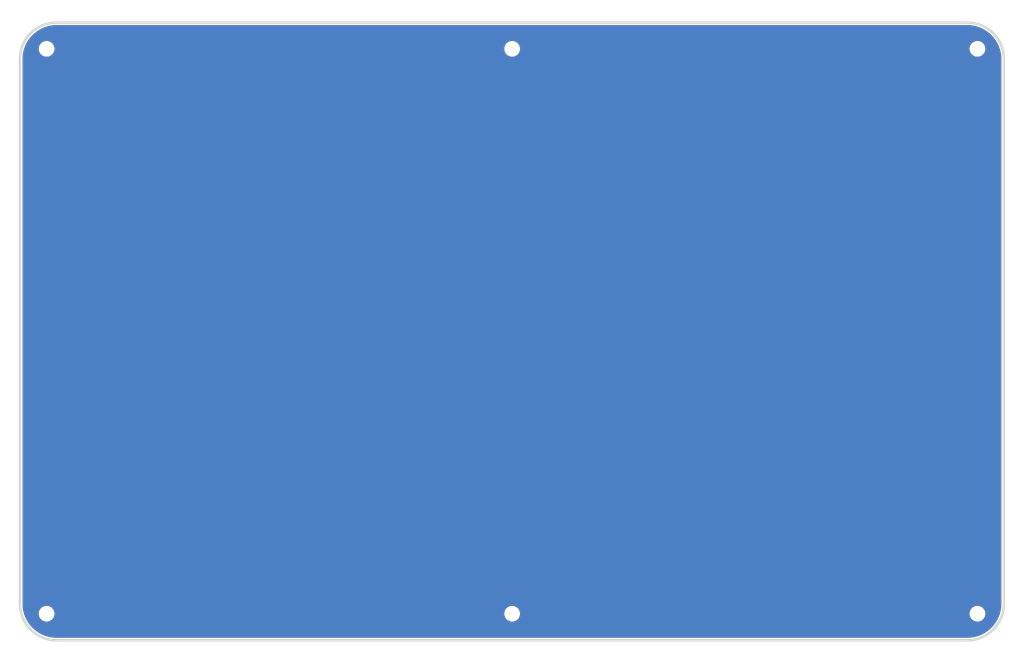
<source format=kicad_pcb>
(kicad_pcb (version 20211014) (generator pcbnew)
  (layers (0 "F.Cu" signal) (31 "B.Cu" signal) (34 "B.Paste" user) (35 "F.Paste" user) (36 "B.SilkS" user "B.Silkscreen") (37 "F.SilkS" user "F.Silkscreen") (38 "B.Mask" user) (39 "F.Mask" user) (44 "Edge.Cuts" user))
  (net 0 "")
  (net 1 "GND")
  (footprint "MountingHole:MountingHole_2.2mm_M2" (layer "F.Cu") (at 32.1 147)
    (fp_text reference "REF**" hide)
    (fp_text value "MountingHole_2.2mm_M2")
    (pad "" np_thru_hole circle (at 0 0) (size 2.2 2.2) (drill 2.2) (layers *.Cu *.Mask))
  )
  (footprint "MountingHole:MountingHole_2.2mm_M2" (layer "F.Cu") (at 32.1 31.95)
    (fp_text reference "REF**" hide)
    (fp_text value "MountingHole_2.2mm_M2")
    (pad "" np_thru_hole circle (at 0 0) (size 2.2 2.2) (drill 2.2) (layers *.Cu *.Mask))
  )
  (footprint "MountingHole:MountingHole_2.2mm_M2" (layer "F.Cu") (at 126.85 31.95)
    (fp_text reference "REF**" hide)
    (fp_text value "MountingHole_2.2mm_M2")
    (pad "" np_thru_hole circle (at 0 0) (size 2.2 2.2) (drill 2.2) (layers *.Cu *.Mask))
  )
  (footprint "MountingHole:MountingHole_2.2mm_M2" (layer "F.Cu") (at 126.85 147)
    (fp_text reference "REF**" hide)
    (fp_text value "MountingHole_2.2mm_M2")
    (pad "" np_thru_hole circle (at 0 0) (size 2.2 2.2) (drill 2.2) (layers *.Cu *.Mask))
  )
  (footprint "MountingHole:MountingHole_2.2mm_M2" (layer "F.Cu") (at 221.55 31.95)
    (fp_text reference "REF**" hide)
    (fp_text value "MountingHole_2.2mm_M2")
    (pad "" np_thru_hole circle (at 0 0) (size 2.2 2.2) (drill 2.2) (layers *.Cu *.Mask))
  )
  (footprint "MountingHole:MountingHole_2.2mm_M2" (layer "F.Cu") (at 221.55 147)
    (fp_text reference "REF**" hide)
    (fp_text value "MountingHole_2.2mm_M2")
    (pad "" np_thru_hole circle (at 0 0) (size 2.2 2.2) (drill 2.2) (layers *.Cu *.Mask))
  )
  (gr_line (start 28.624555 149.972586) (end 28.87 150.23) (layer "Edge.Cuts") (width 0.508))
  (gr_line (start 221.706007 26.942092) (end 221.354673 26.842122) (layer "Edge.Cuts") (width 0.508))
  (gr_line (start 226.679897 146.84321) (end 226.762742 146.485063) (layer "Edge.Cuts") (width 0.508))
  (gr_line (start 226.181954 30.807595) (end 226.01817 30.488204) (layer "Edge.Cuts") (width 0.508))
  (gr_line (start 226.913492 144.993714) (end 226.913492 34.016861) (layer "Edge.Cuts") (width 0.508))
  (gr_line (start 30.577629 27.503849) (end 30.267396 27.682415) (layer "Edge.Cuts") (width 0.508))
  (gr_line (start 223.935176 150.928545) (end 224.215123 150.708445) (layer "Edge.Cuts") (width 0.508))
  (gr_line (start 220.261662 26.646839) (end 219.885884 26.618183) (layer "Edge.Cuts") (width 0.508))
  (gr_line (start 225.219904 149.703663) (end 225.440003 149.423715) (layer "Edge.Cuts") (width 0.508))
  (gr_line (start 31.2251 151.819035) (end 31.561399 151.951849) (layer "Edge.Cuts") (width 0.508))
  (gr_line (start 225.646726 29.877365) (end 225.440003 29.586853) (layer "Edge.Cuts") (width 0.508))
  (gr_line (start 226.827992 32.889998) (end 226.762742 32.525505) (layer "Edge.Cuts") (width 0.508))
  (gr_line (start 27.593281 30.488198) (end 27.429497 30.807589) (layer "Edge.Cuts") (width 0.508))
  (gr_line (start 27.148149 31.471968) (end 27.031523 31.816019) (layer "Edge.Cuts") (width 0.508))
  (gr_line (start 26.931553 146.84322) (end 27.031523 147.194554) (layer "Edge.Cuts") (width 0.508))
  (gr_line (start 32.256784 26.842121) (end 31.90545 26.942091) (layer "Edge.Cuts") (width 0.508))
  (gr_line (start 29.127415 150.475445) (end 29.396331 150.708451) (layer "Edge.Cuts") (width 0.508))
  (gr_line (start 28.624555 29.037983) (end 28.391549 29.306899) (layer "Edge.Cuts") (width 0.508))
  (gr_line (start 224.741453 150.229993) (end 224.986898 149.972579) (layer "Edge.Cuts") (width 0.508))
  (gr_line (start 27.031523 31.816019) (end 26.931553 32.167353) (layer "Edge.Cuts") (width 0.508))
  (gr_line (start 226.579928 31.816024) (end 226.463302 31.471973) (layer "Edge.Cuts") (width 0.508))
  (gr_line (start 226.679897 32.167358) (end 226.579928 31.816024) (layer "Edge.Cuts") (width 0.508))
  (gr_line (start 225.219904 29.306905) (end 224.986898 29.037989) (layer "Edge.Cuts") (width 0.508))
  (gr_line (start 220.632032 26.694027) (end 220.261662 26.646839) (layer "Edge.Cuts") (width 0.508))
  (gr_line (start 33.349796 26.646838) (end 32.979425 26.694026) (layer "Edge.Cuts") (width 0.508))
  (gr_line (start 226.762742 32.525505) (end 226.679897 32.167358) (layer "Edge.Cuts") (width 0.508))
  (gr_line (start 221.706007 152.068473) (end 222.050057 151.951847) (layer "Edge.Cuts") (width 0.508))
  (gr_line (start 224.986898 29.037989) (end 224.741453 28.780574) (layer "Edge.Cuts") (width 0.508))
  (gr_line (start 222.386357 27.191534) (end 222.050057 27.058719) (layer "Edge.Cuts") (width 0.508))
  (gr_line (start 34.106292 152.402039) (end 219.505152 152.402039) (layer "Edge.Cuts") (width 0.508))
  (gr_line (start 226.903836 145.374423) (end 226.913492 144.993706) (layer "Edge.Cuts") (width 0.508))
  (gr_line (start 220.261662 152.363726) (end 220.632032 152.316539) (layer "Edge.Cuts") (width 0.508))
  (gr_line (start 224.215123 150.708445) (end 224.484039 150.475438) (layer "Edge.Cuts") (width 0.508))
  (gr_line (start 31.225099 27.191531) (end 30.89702 27.340065) (layer "Edge.Cuts") (width 0.508))
  (gr_line (start 27.771847 30.177965) (end 27.593281 30.488198) (layer "Edge.Cuts") (width 0.508))
  (gr_line (start 222.050057 151.951847) (end 222.386357 151.819032) (layer "Edge.Cuts") (width 0.508))
  (gr_line (start 26.848708 32.525501) (end 26.783458 32.889995) (layer "Edge.Cuts") (width 0.508))
  (gr_line (start 32.614932 26.759277) (end 32.256784 26.842121) (layer "Edge.Cuts") (width 0.508))
  (gr_line (start 26.697958 144.993714) (end 26.707614 145.374431) (layer "Edge.Cuts") (width 0.508))
  (gr_line (start 224.986898 149.972579) (end 225.219904 149.703663) (layer "Edge.Cuts") (width 0.508))
  (gr_line (start 224.741453 28.780574) (end 224.484039 28.535129) (layer "Edge.Cuts") (width 0.508))
  (gr_line (start 26.73627 33.260365) (end 26.707614 33.636144) (layer "Edge.Cuts") (width 0.508))
  (gr_line (start 27.593281 148.522373) (end 27.771847 148.832605) (layer "Edge.Cuts") (width 0.508))
  (gr_line (start 221.354673 152.168443) (end 221.706007 152.068473) (layer "Edge.Cuts") (width 0.508))
  (gr_line (start 29.396331 150.708451) (end 29.676279 150.92855) (layer "Edge.Cuts") (width 0.508))
  (gr_line (start 225.839605 148.832596) (end 226.01817 148.522364) (layer "Edge.Cuts") (width 0.508))
  (gr_line (start 27.429497 148.202983) (end 27.593281 148.522373) (layer "Edge.Cuts") (width 0.508))
  (gr_line (start 32.256784 152.168444) (end 32.614932 152.251289) (layer "Edge.Cuts") (width 0.508))
  (gr_line (start 29.96679 151.135273) (end 30.267397 151.328152) (layer "Edge.Cuts") (width 0.508))
  (gr_line (start 223.033826 151.506714) (end 223.344058 151.328148) (layer "Edge.Cuts") (width 0.508))
  (gr_line (start 226.762742 146.485063) (end 226.827992 146.12057) (layer "Edge.Cuts") (width 0.508))
  (gr_line (start 28.391549 29.306899) (end 28.171449 29.586847) (layer "Edge.Cuts") (width 0.508))
  (gr_line (start 29.96679 27.875294) (end 29.676278 28.082018) (layer "Edge.Cuts") (width 0.508))
  (gr_line (start 226.181954 148.202973) (end 226.330488 147.874894) (layer "Edge.Cuts") (width 0.508))
  (gr_line (start 226.330488 147.874894) (end 226.463302 147.538595) (layer "Edge.Cuts") (width 0.508))
  (gr_line (start 224.484039 28.535129) (end 224.215123 28.302122) (layer "Edge.Cuts") (width 0.508))
  (gr_line (start 222.714436 27.340068) (end 222.386357 27.191534) (layer "Edge.Cuts") (width 0.508))
  (gr_line (start 226.875179 33.260367) (end 226.827992 32.889998) (layer "Edge.Cuts") (width 0.508))
  (gr_line (start 222.386357 151.819032) (end 222.714436 151.670499) (layer "Edge.Cuts") (width 0.508))
  (gr_line (start 29.127415 28.535124) (end 28.87 28.780569) (layer "Edge.Cuts") (width 0.508))
  (gr_line (start 30.57763 151.506718) (end 30.89702 151.670501) (layer "Edge.Cuts") (width 0.508))
  (gr_line (start 26.697958 34.016861) (end 26.697958 144.993714) (layer "Edge.Cuts") (width 0.508))
  (gr_line (start 224.484039 150.475438) (end 224.741453 150.229993) (layer "Edge.Cuts") (width 0.508))
  (gr_line (start 223.344058 27.682418) (end 223.033826 27.503852) (layer "Edge.Cuts") (width 0.508))
  (gr_line (start 29.676278 28.082018) (end 29.39633 28.302117) (layer "Edge.Cuts") (width 0.508))
  (gr_line (start 222.050057 27.058719) (end 221.706007 26.942092) (layer "Edge.Cuts") (width 0.508))
  (gr_line (start 226.903836 33.636145) (end 226.875179 33.260367) (layer "Edge.Cuts") (width 0.508))
  (gr_line (start 28.391549 149.70367) (end 28.624555 149.972586) (layer "Edge.Cuts") (width 0.508))
  (gr_line (start 223.935176 28.082022) (end 223.644664 27.875298) (layer "Edge.Cuts") (width 0.508))
  (gr_line (start 226.463302 31.471973) (end 226.330488 31.135674) (layer "Edge.Cuts") (width 0.508))
  (gr_line (start 28.171449 29.586847) (end 27.964726 29.877359) (layer "Edge.Cuts") (width 0.508))
  (gr_line (start 226.01817 30.488204) (end 225.839605 30.177972) (layer "Edge.Cuts") (width 0.508))
  (gr_line (start 27.429497 30.807589) (end 27.280963 31.135668) (layer "Edge.Cuts") (width 0.508))
  (gr_line (start 226.913492 34.016861) (end 226.903836 33.636145) (layer "Edge.Cuts") (width 0.508))
  (gr_line (start 223.033826 27.503852) (end 222.714436 27.340068) (layer "Edge.Cuts") (width 0.508))
  (gr_line (start 33.725574 26.618182) (end 33.349796 26.646838) (layer "Edge.Cuts") (width 0.508))
  (gr_line (start 225.440003 29.586853) (end 225.219904 29.306905) (layer "Edge.Cuts") (width 0.508))
  (gr_line (start 223.644664 151.135269) (end 223.935176 150.928545) (layer "Edge.Cuts") (width 0.508))
  (gr_line (start 225.646726 149.133203) (end 225.839605 148.832596) (layer "Edge.Cuts") (width 0.508))
  (gr_line (start 27.280963 147.874904) (end 27.429497 148.202983) (layer "Edge.Cuts") (width 0.508))
  (gr_line (start 219.885884 152.392383) (end 220.261662 152.363726) (layer "Edge.Cuts") (width 0.508))
  (gr_line (start 34.106292 26.608526) (end 33.725574 26.618182) (layer "Edge.Cuts") (width 0.508))
  (gr_line (start 219.505152 26.608526) (end 34.106292 26.608526) (layer "Edge.Cuts") (width 0.508))
  (gr_line (start 226.579928 147.194544) (end 226.679897 146.84321) (layer "Edge.Cuts") (width 0.508))
  (gr_line (start 27.964726 29.877359) (end 27.771847 30.177965) (layer "Edge.Cuts") (width 0.508))
  (gr_line (start 220.996525 152.251288) (end 221.354673 152.168443) (layer "Edge.Cuts") (width 0.508))
  (gr_line (start 27.964726 149.133212) (end 28.17145 149.423723) (layer "Edge.Cuts") (width 0.508))
  (gr_line (start 27.031523 147.194554) (end 27.148149 147.538604) (layer "Edge.Cuts") (width 0.508))
  (gr_line (start 219.885884 26.618183) (end 219.505167 26.608526) (layer "Edge.Cuts") (width 0.508))
  (gr_line (start 30.267397 151.328152) (end 30.57763 151.506718) (layer "Edge.Cuts") (width 0.508))
  (gr_line (start 26.73627 145.750209) (end 26.783458 146.120579) (layer "Edge.Cuts") (width 0.508))
  (gr_line (start 220.632032 152.316539) (end 220.996525 152.251288) (layer "Edge.Cuts") (width 0.508))
  (gr_line (start 222.714436 151.670499) (end 223.033826 151.506714) (layer "Edge.Cuts") (width 0.508))
  (gr_line (start 28.87 28.780569) (end 28.624555 29.037983) (layer "Edge.Cuts") (width 0.508))
  (gr_line (start 220.996525 26.759278) (end 220.632032 26.694027) (layer "Edge.Cuts") (width 0.508))
  (gr_line (start 27.148149 147.538604) (end 27.280963 147.874904) (layer "Edge.Cuts") (width 0.508))
  (gr_line (start 226.827992 146.12057) (end 226.875179 145.750201) (layer "Edge.Cuts") (width 0.508))
  (gr_line (start 29.676279 150.92855) (end 29.96679 151.135273) (layer "Edge.Cuts") (width 0.508))
  (gr_line (start 30.267396 27.682415) (end 29.96679 27.875294) (layer "Edge.Cuts") (width 0.508))
  (gr_line (start 225.440003 149.423715) (end 225.646726 149.133203) (layer "Edge.Cuts") (width 0.508))
  (gr_line (start 26.783458 146.120579) (end 26.848709 146.485072) (layer "Edge.Cuts") (width 0.508))
  (gr_line (start 29.39633 28.302117) (end 29.127415 28.535124) (layer "Edge.Cuts") (width 0.508))
  (gr_line (start 26.707614 33.636144) (end 26.697958 34.016861) (layer "Edge.Cuts") (width 0.508))
  (gr_line (start 226.463302 147.538595) (end 226.579928 147.194544) (layer "Edge.Cuts") (width 0.508))
  (gr_line (start 225.839605 30.177972) (end 225.646726 29.877365) (layer "Edge.Cuts") (width 0.508))
  (gr_line (start 33.349796 152.363727) (end 33.725574 152.392383) (layer "Edge.Cuts") (width 0.508))
  (gr_line (start 26.848709 146.485072) (end 26.931553 146.84322) (layer "Edge.Cuts") (width 0.508))
  (gr_line (start 28.87 150.23) (end 29.127415 150.475445) (layer "Edge.Cuts") (width 0.508))
  (gr_line (start 26.783458 32.889995) (end 26.73627 33.260365) (layer "Edge.Cuts") (width 0.508))
  (gr_line (start 30.89702 151.670501) (end 31.2251 151.819035) (layer "Edge.Cuts") (width 0.508))
  (gr_line (start 28.17145 149.423723) (end 28.391549 149.70367) (layer "Edge.Cuts") (width 0.508))
  (gr_line (start 32.979425 26.694026) (end 32.614932 26.759277) (layer "Edge.Cuts") (width 0.508))
  (gr_line (start 221.354673 26.842122) (end 220.996525 26.759278) (layer "Edge.Cuts") (width 0.508))
  (gr_line (start 27.771847 148.832605) (end 27.964726 149.133212) (layer "Edge.Cuts") (width 0.508))
  (gr_line (start 26.707614 145.374431) (end 26.73627 145.750209) (layer "Edge.Cuts") (width 0.508))
  (gr_line (start 226.330488 31.135674) (end 226.181954 30.807595) (layer "Edge.Cuts") (width 0.508))
  (gr_line (start 32.979426 152.316539) (end 33.349796 152.363727) (layer "Edge.Cuts") (width 0.508))
  (gr_line (start 31.90545 152.068475) (end 32.256784 152.168444) (layer "Edge.Cuts") (width 0.508))
  (gr_line (start 33.725574 152.392383) (end 34.106292 152.402039) (layer "Edge.Cuts") (width 0.508))
  (gr_line (start 31.561399 151.951849) (end 31.90545 152.068475) (layer "Edge.Cuts") (width 0.508))
  (gr_line (start 226.01817 148.522364) (end 226.181954 148.202973) (layer "Edge.Cuts") (width 0.508))
  (gr_line (start 32.614932 152.251289) (end 32.979426 152.316539) (layer "Edge.Cuts") (width 0.508))
  (gr_line (start 30.89702 27.340065) (end 30.577629 27.503849) (layer "Edge.Cuts") (width 0.508))
  (gr_line (start 226.875179 145.750201) (end 226.903836 145.374423) (layer "Edge.Cuts") (width 0.508))
  (gr_line (start 224.215123 28.302122) (end 223.935176 28.082022) (layer "Edge.Cuts") (width 0.508))
  (gr_line (start 223.644664 27.875298) (end 223.344058 27.682418) (layer "Edge.Cuts") (width 0.508))
  (gr_line (start 219.505167 152.402039) (end 219.885884 152.392383) (layer "Edge.Cuts") (width 0.508))
  (gr_line (start 31.90545 26.942091) (end 31.561399 27.058717) (layer "Edge.Cuts") (width 0.508))
  (gr_line (start 27.280963 31.135668) (end 27.148149 31.471968) (layer "Edge.Cuts") (width 0.508))
  (gr_line (start 223.344058 151.328148) (end 223.644664 151.135269) (layer "Edge.Cuts") (width 0.508))
  (gr_line (start 26.931553 32.167353) (end 26.848708 32.525501) (layer "Edge.Cuts") (width 0.508))
  (gr_line (start 31.561399 27.058717) (end 31.225099 27.191531) (layer "Edge.Cuts") (width 0.508))
  (zone (net 1) (net_name "GND") (layers F&B.Cu) (name "GND") (connect_pads yes (clearance 0.508)) (min_thickness 0.254) (fill yes (thermal_gap 0.508) (thermal_bridge_width 0.508) (island_removal_mode 1) (island_area_min 0))
    (polygon (pts (xy 230 156) (xy 24 156) (xy 24 23) (xy 230 23)))
  )
)
</source>
